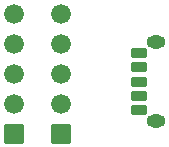
<source format=gts>
G04 Layer: TopSolderMaskLayer*
G04 EasyEDA v6.5.20, 2023-08-22 18:50:07*
G04 a67cddfb3fce44daa9051d46cbbcc19f,10*
G04 Gerber Generator version 0.2*
G04 Scale: 100 percent, Rotated: No, Reflected: No *
G04 Dimensions in millimeters *
G04 leading zeros omitted , absolute positions ,4 integer and 5 decimal *
%FSLAX45Y45*%
%MOMM*%

%AMMACRO1*1,1,$1,$2,$3*1,1,$1,$4,$5*1,1,$1,0-$2,0-$3*1,1,$1,0-$4,0-$5*20,1,$1,$2,$3,$4,$5,0*20,1,$1,$4,$5,0-$2,0-$3,0*20,1,$1,0-$2,0-$3,0-$4,0-$5,0*20,1,$1,0-$4,0-$5,$2,$3,0*4,1,4,$2,$3,$4,$5,0-$2,0-$3,0-$4,0-$5,$2,$3,0*%
%ADD10C,1.6764*%
%ADD11MACRO1,0.1016X-0.7874X-0.7874X-0.7874X0.7874*%
%ADD12MACRO1,0.1016X-0.625X-0.35X-0.625X0.35*%
%ADD13O,1.6015970000000002X1.1015979999999999*%

%LPD*%
D10*
G01*
X-399999Y575005D03*
G01*
X-399999Y321005D03*
G01*
X-399999Y67005D03*
G01*
X-399999Y-186994D03*
D11*
G01*
X-399999Y-440999D03*
D10*
G01*
X0Y575005D03*
G01*
X0Y321005D03*
G01*
X0Y67005D03*
G01*
X0Y-186994D03*
D11*
G01*
X0Y-440999D03*
D12*
G01*
X656255Y-239991D03*
G01*
X656253Y-119992D03*
G01*
X656253Y7D03*
G01*
X656253Y120007D03*
G01*
X656253Y240007D03*
D13*
G01*
X803757Y-332511D03*
G01*
X803757Y332486D03*
M02*

</source>
